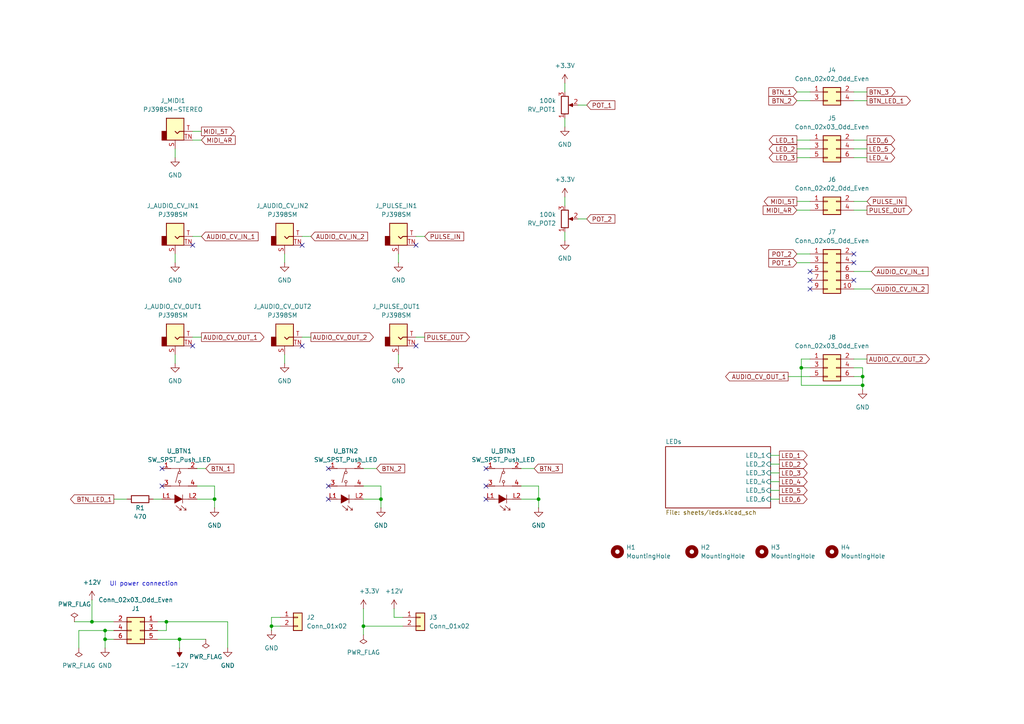
<source format=kicad_sch>
(kicad_sch (version 20250114) (generator "eeschema") (generator_version "9.0")
  (paper "A4")
  (title_block (title "Hog Moduleur Sidechain Mixer UI") (date "2025-07-06") (rev "v0.1") (company "Shmøergh"))
  (lib_symbols
    (symbol "Connector_Generic:Conn_01x02" (pin_names (offset 1.016) (hide yes))
      (property "Reference" "J" (at 0 2.54 0))
      (property "Value" "Conn_01x02" (at 0 -5.08 0))
      (symbol "Conn_01x02_1_1"
        (rectangle (start -1.27 1.27) (end 1.27 -3.81) (stroke (width 0.254)) (fill (type background)))
        (rectangle (start -1.27 0.127) (end 0 -0.127) (stroke (width 0.1524)))
        (rectangle (start -1.27 -2.413) (end 0 -2.667) (stroke (width 0.1524)))
        (pin passive line (at -5.08 0 0) (length 3.81) (name "Pin_1") (number "1"))
        (pin passive line (at -5.08 -2.54 0) (length 3.81) (name "Pin_2") (number "2"))
      )
    )
    (symbol "Connector_Generic:Conn_02x02_Odd_Even" (pin_names (offset 1.016) (hide yes))
      (property "Reference" "J" (at 1.27 2.54 0))
      (property "Value" "Conn_02x02_Odd_Even" (at 1.27 -5.08 0))
      (symbol "Conn_02x02_Odd_Even_1_1"
        (rectangle (start -1.27 1.27) (end 3.81 -3.81) (stroke (width 0.254)) (fill (type background)))
        (rectangle (start -1.27 0.127) (end 0 -0.127) (stroke (width 0.1524)))
        (rectangle (start -1.27 -2.413) (end 0 -2.667) (stroke (width 0.1524)))
        (rectangle (start 3.81 0.127) (end 2.54 -0.127) (stroke (width 0.1524)))
        (rectangle (start 3.81 -2.413) (end 2.54 -2.667) (stroke (width 0.1524)))
        (pin passive line (at -5.08 0 0) (length 3.81) (name "Pin_1") (number "1"))
        (pin passive line (at -5.08 -2.54 0) (length 3.81) (name "Pin_3") (number "3"))
        (pin passive line (at 7.62 0 180) (length 3.81) (name "Pin_2") (number "2"))
        (pin passive line (at 7.62 -2.54 180) (length 3.81) (name "Pin_4") (number "4"))
      )
    )
    (symbol "Connector_Generic:Conn_02x03_Odd_Even" (pin_names (offset 1.016) (hide yes))
      (property "Reference" "J" (at 1.27 5.08 0))
      (property "Value" "Conn_02x03_Odd_Even" (at 1.27 -5.08 0))
      (symbol "Conn_02x03_Odd_Even_1_1"
        (rectangle (start -1.27 3.81) (end 3.81 -3.81) (stroke (width 0.254)) (fill (type background)))
        (rectangle (start -1.27 2.667) (end 0 2.413) (stroke (width 0.1524)))
        (rectangle (start -1.27 0.127) (end 0 -0.127) (stroke (width 0.1524)))
        (rectangle (start -1.27 -2.413) (end 0 -2.667) (stroke (width 0.1524)))
        (rectangle (start 3.81 2.667) (end 2.54 2.413) (stroke (width 0.1524)))
        (rectangle (start 3.81 0.127) (end 2.54 -0.127) (stroke (width 0.1524)))
        (rectangle (start 3.81 -2.413) (end 2.54 -2.667) (stroke (width 0.1524)))
        (pin passive line (at -5.08 2.54 0) (length 3.81) (name "Pin_1") (number "1"))
        (pin passive line (at -5.08 0 0) (length 3.81) (name "Pin_3") (number "3"))
        (pin passive line (at -5.08 -2.54 0) (length 3.81) (name "Pin_5") (number "5"))
        (pin passive line (at 7.62 2.54 180) (length 3.81) (name "Pin_2") (number "2"))
        (pin passive line (at 7.62 0 180) (length 3.81) (name "Pin_4") (number "4"))
        (pin passive line (at 7.62 -2.54 180) (length 3.81) (name "Pin_6") (number "6"))
      )
    )
    (symbol "Connector_Generic:Conn_02x05_Odd_Even" (pin_names (offset 1.016) (hide yes))
      (property "Reference" "J" (at 1.27 7.62 0))
      (property "Value" "Conn_02x05_Odd_Even" (at 1.27 -7.62 0))
      (symbol "Conn_02x05_Odd_Even_1_1"
        (rectangle (start -1.27 6.35) (end 3.81 -6.35) (stroke (width 0.254)) (fill (type background)))
        (rectangle (start -1.27 5.207) (end 0 4.953) (stroke (width 0.1524)))
        (rectangle (start -1.27 2.667) (end 0 2.413) (stroke (width 0.1524)))
        (rectangle (start -1.27 0.127) (end 0 -0.127) (stroke (width 0.1524)))
        (rectangle (start -1.27 -2.413) (end 0 -2.667) (stroke (width 0.1524)))
        (rectangle (start -1.27 -4.953) (end 0 -5.207) (stroke (width 0.1524)))
        (rectangle (start 3.81 5.207) (end 2.54 4.953) (stroke (width 0.1524)))
        (rectangle (start 3.81 2.667) (end 2.54 2.413) (stroke (width 0.1524)))
        (rectangle (start 3.81 0.127) (end 2.54 -0.127) (stroke (width 0.1524)))
        (rectangle (start 3.81 -2.413) (end 2.54 -2.667) (stroke (width 0.1524)))
        (rectangle (start 3.81 -4.953) (end 2.54 -5.207) (stroke (width 0.1524)))
        (pin passive line (at -5.08 5.08 0) (length 3.81) (name "Pin_1") (number "1"))
        (pin passive line (at -5.08 2.54 0) (length 3.81) (name "Pin_3") (number "3"))
        (pin passive line (at -5.08 0 0) (length 3.81) (name "Pin_5") (number "5"))
        (pin passive line (at -5.08 -2.54 0) (length 3.81) (name "Pin_7") (number "7"))
        (pin passive line (at -5.08 -5.08 0) (length 3.81) (name "Pin_9") (number "9"))
        (pin passive line (at 7.62 5.08 180) (length 3.81) (name "Pin_2") (number "2"))
        (pin passive line (at 7.62 2.54 180) (length 3.81) (name "Pin_4") (number "4"))
        (pin passive line (at 7.62 0 180) (length 3.81) (name "Pin_6") (number "6"))
        (pin passive line (at 7.62 -2.54 180) (length 3.81) (name "Pin_8") (number "8"))
        (pin passive line (at 7.62 -5.08 180) (length 3.81) (name "Pin_10") (number "10"))
      )
    )
    (symbol "Device:R" (pin_numbers (hide yes)) (pin_names (offset 0))
      (property "Reference" "R" (at 2.032 0 90))
      (property "Value" "R" (at 0 0 90))
      (symbol "R_0_1"
        (rectangle (start -1.016 -2.54) (end 1.016 2.54) (stroke (width 0.254)))
      )
      (symbol "R_1_1"
        (pin passive line (at 0 3.81 270) (length 1.27) (name "~") (number "1"))
        (pin passive line (at 0 -3.81 90) (length 1.27) (name "~") (number "2"))
      )
    )
    (symbol "Device:R_Potentiometer" (pin_names (offset 1.016) (hide yes))
      (property "Reference" "RV" (at -4.445 0 90))
      (property "Value" "R_Potentiometer" (at -2.54 0 90))
      (symbol "R_Potentiometer_0_1"
        (rectangle (start 1.016 2.54) (end -1.016 -2.54) (stroke (width 0.254)))
        (polyline (pts (xy 1.143 0) (xy 2.286 0.508) (xy 2.286 -0.508) (xy 1.143 0)) (fill (type outline)))
        (polyline (pts (xy 2.54 0) (xy 1.524 0)))
      )
      (symbol "R_Potentiometer_1_1"
        (pin passive line (at 0 3.81 270) (length 1.27) (name "1") (number "1"))
        (pin passive line (at 0 -3.81 90) (length 1.27) (name "3") (number "3"))
        (pin passive line (at 3.81 0 180) (length 1.27) (name "2") (number "2"))
      )
    )
    (symbol "Mechanical:MountingHole" (pin_names (offset 1.016)) (in_bom no)
      (property "Reference" "H" (at 0 5.08 0))
      (property "Value" "MountingHole" (at 0 3.175 0))
      (symbol "MountingHole_0_1"
        (circle (center 0 0) (radius 1.27) (stroke (width 1.27)))
      )
    )
    (symbol "Shmoergh-Custom-Components:AudioJack2_Thonkiconn_S"
      (property "Reference" "J" (at 0 8.89 0))
      (property "Value" "AudioJack2_Thonkiconn" (at 0 6.35 0))
      (symbol "AudioJack2_Thonkiconn_S_0_1"
        (rectangle (start -2.54 -2.54) (end -3.81 0) (stroke (width 0.254)) (fill (type outline)))
        (polyline (pts (xy 0 0) (xy 0.635 -0.635) (xy 1.27 0) (xy 2.54 0)) (stroke (width 0.254)))
        (rectangle (start 2.54 3.81) (end -2.54 -2.54) (stroke (width 0.254)) (fill (type background)))
      )
      (symbol "AudioJack2_Thonkiconn_S_1_1"
        (pin passive line (at 0 -5.08 90) (length 2.54) (name "~") (number "S"))
        (pin bidirectional line (at 5.08 0 180) (length 2.54) (name "~") (number "T"))
        (pin passive line (at 5.08 -2.54 180) (length 2.54) (name "~") (number "TN"))
      )
    )
    (symbol "Shmoergh-Custom-Components:SW_SPST_Push_LED" (pin_names (offset 1.016))
      (property "Reference" "U" (at 0 6.35 0))
      (property "Value" "SW_SPST_Push_LED" (at 0.381 8.89 0))
      (symbol "SW_SPST_Push_LED_0_1"
        (rectangle (start -2.54 2.54) (end 2.54 2.54))
        (rectangle (start -2.54 -2.54) (end 2.54 -2.54))
        (polyline (pts (xy -1.397 -7.493) (xy -1.397 -5.08) (xy 0.762 -6.35) (xy -1.397 -7.493)) (fill (type outline)))
        (polyline (pts (xy -1.016 -8.255) (xy 0.508 -9.525) (xy -0.127 -9.525)))
        (polyline (pts (xy -0.381 1.397) (xy -1.143 -1.524)))
        (rectangle (start 0 2.54) (end 0 1.778))
        (circle (center 0 1.397) (radius 0.3556))
        (circle (center 0 -1.27) (radius 0.3556))
        (rectangle (start 0 -2.54) (end 0 -1.651))
        (polyline (pts (xy 0.508 -8.255) (xy 1.905 -9.525) (xy 1.27 -9.525)))
        (polyline (pts (xy 0.508 -9.525) (xy 0.381 -8.89)))
        (polyline (pts (xy 0.889 -5.08) (xy 0.889 -7.493)))
        (polyline (pts (xy 1.905 -9.525) (xy 1.778 -8.89)))
        (polyline (pts (xy 2.54 -6.35) (xy 0.889 -6.35) (xy -2.667 -6.35)))
      )
      (symbol "SW_SPST_Push_LED_1_1"
        (pin input line (at -5.08 2.54 0) (length 2.54) (name "~") (number "1"))
        (pin input line (at -5.08 -2.54 0) (length 2.54) (name "~") (number "3"))
        (pin input line (at -5.08 -6.35 0) (length 2.54) (name "~") (number "L1"))
        (pin input line (at 5.08 2.54 180) (length 2.54) (name "~") (number "2"))
        (pin input line (at 5.08 -2.54 180) (length 2.54) (name "~") (number "4"))
        (pin input line (at 5.08 -6.35 180) (length 2.54) (name "~") (number "L2"))
      )
    )
    (symbol "power:+12V" (power) (pin_numbers (hide yes)) (pin_names (offset 0) (hide yes))
      (property "Value" "+12V" (at 0 3.556 0))
      (symbol "+12V_0_1"
        (polyline (pts (xy -0.762 1.27) (xy 0 2.54)))
        (polyline (pts (xy 0 2.54) (xy 0.762 1.27)))
        (polyline (pts (xy 0 0) (xy 0 2.54)))
      )
      (symbol "+12V_1_1"
        (pin power_in line (at 0 0 90) (length 0) (name "~") (number "1"))
      )
    )
    (symbol "power:+3.3V" (power) (pin_numbers (hide yes)) (pin_names (offset 0) (hide yes))
      (property "Value" "+3.3V" (at 0 3.556 0))
      (symbol "+3.3V_0_1"
        (polyline (pts (xy -0.762 1.27) (xy 0 2.54)))
        (polyline (pts (xy 0 2.54) (xy 0.762 1.27)))
        (polyline (pts (xy 0 0) (xy 0 2.54)))
      )
      (symbol "+3.3V_1_1"
        (pin power_in line (at 0 0 90) (length 0) (name "~") (number "1"))
      )
    )
    (symbol "power:-12V" (power) (pin_numbers (hide yes)) (pin_names (offset 0) (hide yes))
      (property "Value" "-12V" (at 0 3.556 0))
      (symbol "-12V_0_0"
        (pin power_in line (at 0 0 90) (length 0) (name "~") (number "1"))
      )
      (symbol "-12V_0_1"
        (polyline (pts (xy 0 0) (xy 0 1.27) (xy 0.762 1.27) (xy 0 2.54) (xy -0.762 1.27) (xy 0 1.27)) (fill (type outline)))
      )
    )
    (symbol "power:GND" (power) (pin_numbers (hide yes)) (pin_names (offset 0) (hide yes))
      (property "Value" "GND" (at 0 -3.81 0))
      (symbol "GND_0_1"
        (polyline (pts (xy 0 0) (xy 0 -1.27) (xy 1.27 -1.27) (xy 0 -2.54) (xy -1.27 -1.27) (xy 0 -1.27)))
      )
      (symbol "GND_1_1"
        (pin power_in line (at 0 0 270) (length 0) (name "~") (number "1"))
      )
    )
    (symbol "power:PWR_FLAG" (power) (pin_numbers (hide yes)) (pin_names (offset 0) (hide yes))
      (property "Value" "PWR_FLAG" (at 0 3.81 0))
      (symbol "PWR_FLAG_0_0"
        (pin power_out line (at 0 0 90) (length 0) (name "~") (number "1"))
      )
      (symbol "PWR_FLAG_0_1"
        (polyline (pts (xy 0 0) (xy 0 1.27) (xy -1.016 1.905) (xy 0 2.54) (xy 1.016 1.905) (xy 0 1.27)))
      )
    )
  )
  (text "UI power connection" (at 31.75 170.18 0) (effects (font (size 1.27 1.27)) (justify left bottom)))
  (junction (at 250.19 111.76))
  (junction (at 78.74 181.61))
  (junction (at 105.41 181.61))
  (junction (at 250.19 109.22))
  (junction (at 30.48 182.88))
  (junction (at 232.41 106.68))
  (junction (at 52.07 185.42))
  (junction (at 48.26 180.34))
  (junction (at 156.21 144.78))
  (junction (at 110.49 144.78))
  (junction (at 26.67 180.34))
  (junction (at 62.23 144.78))
  (junction (at 30.48 185.42))
  (no_connect (at 87.63 100.33))
  (no_connect (at 247.65 76.2))
  (no_connect (at 247.65 81.28))
  (no_connect (at 234.95 81.28))
  (no_connect (at 46.99 140.97))
  (no_connect (at 140.97 140.97))
  (no_connect (at 234.95 83.82))
  (no_connect (at 95.25 140.97))
  (no_connect (at 120.65 71.12))
  (no_connect (at 55.88 100.33))
  (no_connect (at 95.25 144.78))
  (no_connect (at 140.97 144.78))
  (no_connect (at 140.97 135.89))
  (no_connect (at 95.25 135.89))
  (no_connect (at 247.65 73.66))
  (no_connect (at 46.99 135.89))
  (no_connect (at 120.65 100.33))
  (no_connect (at 234.95 78.74))
  (no_connect (at 55.88 71.12))
  (no_connect (at 87.63 71.12))
  (wire (pts (xy 90.17 68.58) (xy 87.63 68.58)))
  (wire (pts (xy 223.52 144.78) (xy 226.06 144.78)))
  (wire (pts (xy 163.83 34.29) (xy 163.83 36.83)))
  (wire (pts (xy 251.46 104.14) (xy 247.65 104.14)))
  (wire (pts (xy 105.41 140.97) (xy 110.49 140.97)))
  (wire (pts (xy 52.07 187.96) (xy 52.07 185.42)))
  (wire (pts (xy 226.06 134.62) (xy 223.52 134.62)))
  (wire (pts (xy 59.69 185.42) (xy 52.07 185.42)))
  (wire (pts (xy 250.19 106.68) (xy 250.19 109.22)))
  (wire (pts (xy 123.19 68.58) (xy 120.65 68.58)))
  (wire (pts (xy 226.06 137.16) (xy 223.52 137.16)))
  (wire (pts (xy 45.72 185.42) (xy 52.07 185.42)))
  (wire (pts (xy 247.65 78.74) (xy 252.73 78.74)))
  (wire (pts (xy 251.46 29.21) (xy 247.65 29.21)))
  (wire (pts (xy 58.42 38.1) (xy 55.88 38.1)))
  (wire (pts (xy 170.18 30.48) (xy 167.64 30.48)))
  (wire (pts (xy 78.74 181.61) (xy 81.28 181.61)))
  (wire (pts (xy 105.41 144.78) (xy 110.49 144.78)))
  (wire (pts (xy 163.83 67.31) (xy 163.83 69.85)))
  (wire (pts (xy 252.73 83.82) (xy 247.65 83.82)))
  (wire (pts (xy 251.46 26.67) (xy 247.65 26.67)))
  (wire (pts (xy 114.3 176.53) (xy 114.3 179.07)))
  (wire (pts (xy 26.67 180.34) (xy 33.02 180.34)))
  (wire (pts (xy 156.21 140.97) (xy 156.21 144.78)))
  (wire (pts (xy 33.02 144.78) (xy 36.83 144.78)))
  (wire (pts (xy 223.52 139.7) (xy 226.06 139.7)))
  (wire (pts (xy 232.41 111.76) (xy 250.19 111.76)))
  (wire (pts (xy 247.65 109.22) (xy 250.19 109.22)))
  (wire (pts (xy 163.83 24.13) (xy 163.83 26.67)))
  (wire (pts (xy 247.65 106.68) (xy 250.19 106.68)))
  (wire (pts (xy 250.19 111.76) (xy 250.19 113.03)))
  (wire (pts (xy 231.14 26.67) (xy 234.95 26.67)))
  (wire (pts (xy 105.41 181.61) (xy 105.41 176.53)))
  (wire (pts (xy 251.46 58.42) (xy 247.65 58.42)))
  (wire (pts (xy 116.84 181.61) (xy 105.41 181.61)))
  (wire (pts (xy 110.49 144.78) (xy 110.49 147.32)))
  (wire (pts (xy 251.46 40.64) (xy 247.65 40.64)))
  (wire (pts (xy 251.46 45.72) (xy 247.65 45.72)))
  (wire (pts (xy 81.28 179.07) (xy 78.74 179.07)))
  (wire (pts (xy 59.69 135.89) (xy 57.15 135.89)))
  (wire (pts (xy 232.41 104.14) (xy 232.41 106.68)))
  (wire (pts (xy 58.42 40.64) (xy 55.88 40.64)))
  (wire (pts (xy 109.22 135.89) (xy 105.41 135.89)))
  (wire (pts (xy 110.49 140.97) (xy 110.49 144.78)))
  (wire (pts (xy 82.55 102.87) (xy 82.55 105.41)))
  (wire (pts (xy 114.3 179.07) (xy 116.84 179.07)))
  (wire (pts (xy 234.95 104.14) (xy 232.41 104.14)))
  (wire (pts (xy 163.83 57.15) (xy 163.83 59.69)))
  (wire (pts (xy 232.41 106.68) (xy 232.41 111.76)))
  (wire (pts (xy 151.13 144.78) (xy 156.21 144.78)))
  (wire (pts (xy 170.18 63.5) (xy 167.64 63.5)))
  (wire (pts (xy 78.74 179.07) (xy 78.74 181.61)))
  (wire (pts (xy 26.67 173.99) (xy 26.67 180.34)))
  (wire (pts (xy 62.23 140.97) (xy 62.23 144.78)))
  (wire (pts (xy 231.14 76.2) (xy 234.95 76.2)))
  (wire (pts (xy 105.41 184.15) (xy 105.41 181.61)))
  (wire (pts (xy 48.26 180.34) (xy 45.72 180.34)))
  (wire (pts (xy 50.8 73.66) (xy 50.8 76.2)))
  (wire (pts (xy 21.59 180.34) (xy 26.67 180.34)))
  (wire (pts (xy 115.57 73.66) (xy 115.57 76.2)))
  (wire (pts (xy 154.94 135.89) (xy 151.13 135.89)))
  (wire (pts (xy 22.86 182.88) (xy 30.48 182.88)))
  (wire (pts (xy 66.04 187.96) (xy 66.04 180.34)))
  (wire (pts (xy 48.26 182.88) (xy 48.26 180.34)))
  (wire (pts (xy 231.14 43.18) (xy 234.95 43.18)))
  (wire (pts (xy 251.46 43.18) (xy 247.65 43.18)))
  (wire (pts (xy 33.02 185.42) (xy 30.48 185.42)))
  (wire (pts (xy 156.21 144.78) (xy 156.21 147.32)))
  (wire (pts (xy 50.8 102.87) (xy 50.8 105.41)))
  (wire (pts (xy 231.14 29.21) (xy 234.95 29.21)))
  (wire (pts (xy 232.41 106.68) (xy 234.95 106.68)))
  (wire (pts (xy 151.13 140.97) (xy 156.21 140.97)))
  (wire (pts (xy 44.45 144.78) (xy 46.99 144.78)))
  (wire (pts (xy 50.8 43.18) (xy 50.8 45.72)))
  (wire (pts (xy 231.14 60.96) (xy 234.95 60.96)))
  (wire (pts (xy 231.14 40.64) (xy 234.95 40.64)))
  (wire (pts (xy 57.15 140.97) (xy 62.23 140.97)))
  (wire (pts (xy 90.17 97.79) (xy 87.63 97.79)))
  (wire (pts (xy 123.19 97.79) (xy 120.65 97.79)))
  (wire (pts (xy 66.04 180.34) (xy 48.26 180.34)))
  (wire (pts (xy 250.19 109.22) (xy 250.19 111.76)))
  (wire (pts (xy 226.06 132.08) (xy 223.52 132.08)))
  (wire (pts (xy 231.14 45.72) (xy 234.95 45.72)))
  (wire (pts (xy 30.48 182.88) (xy 33.02 182.88)))
  (wire (pts (xy 228.6 109.22) (xy 234.95 109.22)))
  (wire (pts (xy 223.52 142.24) (xy 226.06 142.24)))
  (wire (pts (xy 30.48 185.42) (xy 30.48 182.88)))
  (wire (pts (xy 58.42 68.58) (xy 55.88 68.58)))
  (wire (pts (xy 22.86 187.96) (xy 22.86 182.88)))
  (wire (pts (xy 115.57 102.87) (xy 115.57 105.41)))
  (wire (pts (xy 251.46 60.96) (xy 247.65 60.96)))
  (wire (pts (xy 78.74 181.61) (xy 78.74 182.88)))
  (wire (pts (xy 30.48 187.96) (xy 30.48 185.42)))
  (wire (pts (xy 231.14 73.66) (xy 234.95 73.66)))
  (wire (pts (xy 45.72 182.88) (xy 48.26 182.88)))
  (wire (pts (xy 231.14 58.42) (xy 234.95 58.42)))
  (wire (pts (xy 82.55 73.66) (xy 82.55 76.2)))
  (wire (pts (xy 62.23 144.78) (xy 62.23 147.32)))
  (wire (pts (xy 58.42 97.79) (xy 55.88 97.79)))
  (wire (pts (xy 57.15 144.78) (xy 62.23 144.78)))
  (global_label "AUDIO_CV_IN_1" (shape input) (at 252.73 78.74 0) (property "Intersheetrefs" "${INTERSHEET_REFS}" (effects (hide yes))))
  (global_label "POT_2" (shape input) (at 170.18 63.5 0) (property "Intersheetrefs" "${INTERSHEET_REFS}" (effects (hide yes))))
  (global_label "PULSE_OUT" (shape output) (at 123.19 97.79 0) (property "Intersheetrefs" "${INTERSHEET_REFS}" (effects (hide yes))))
  (global_label "LED_5" (shape output) (at 251.46 43.18 0) (property "Intersheetrefs" "${INTERSHEET_REFS}" (effects (hide yes))))
  (global_label "AUDIO_CV_OUT_1" (shape output) (at 228.6 109.22 180) (property "Intersheetrefs" "${INTERSHEET_REFS}" (effects (hide yes))))
  (global_label "LED_3" (shape output) (at 226.06 137.16 0) (property "Intersheetrefs" "${INTERSHEET_REFS}" (effects (hide yes))))
  (global_label "POT_1" (shape input) (at 231.14 76.2 180) (property "Intersheetrefs" "${INTERSHEET_REFS}" (effects (hide yes))))
  (global_label "AUDIO_CV_OUT_1" (shape output) (at 58.42 97.79 0) (property "Intersheetrefs" "${INTERSHEET_REFS}" (effects (hide yes))))
  (global_label "LED_3" (shape output) (at 231.14 45.72 180) (property "Intersheetrefs" "${INTERSHEET_REFS}" (effects (hide yes))))
  (global_label "AUDIO_CV_IN_2" (shape input) (at 252.73 83.82 0) (property "Intersheetrefs" "${INTERSHEET_REFS}" (effects (hide yes))))
  (global_label "PULSE_IN" (shape input) (at 251.46 58.42 0) (property "Intersheetrefs" "${INTERSHEET_REFS}" (effects (hide yes))))
  (global_label "BTN_1" (shape input) (at 231.14 26.67 180) (property "Intersheetrefs" "${INTERSHEET_REFS}" (effects (hide yes))))
  (global_label "MIDI_5T" (shape output) (at 58.42 38.1 0) (property "Intersheetrefs" "${INTERSHEET_REFS}" (effects (hide yes))))
  (global_label "PULSE_IN" (shape input) (at 123.19 68.58 0) (property "Intersheetrefs" "${INTERSHEET_REFS}" (effects (hide yes))))
  (global_label "AUDIO_CV_IN_1" (shape input) (at 58.42 68.58 0) (property "Intersheetrefs" "${INTERSHEET_REFS}" (effects (hide yes))))
  (global_label "MIDI_4R" (shape input) (at 58.42 40.64 0) (property "Intersheetrefs" "${INTERSHEET_REFS}" (effects (hide yes))))
  (global_label "LED_6" (shape output) (at 251.46 40.64 0) (property "Intersheetrefs" "${INTERSHEET_REFS}" (effects (hide yes))))
  (global_label "BTN_LED_1" (shape output) (at 251.46 29.21 0) (property "Intersheetrefs" "${INTERSHEET_REFS}" (effects (hide yes))))
  (global_label "LED_2" (shape output) (at 226.06 134.62 0) (property "Intersheetrefs" "${INTERSHEET_REFS}" (effects (hide yes))))
  (global_label "LED_5" (shape output) (at 226.06 142.24 0) (property "Intersheetrefs" "${INTERSHEET_REFS}" (effects (hide yes))))
  (global_label "POT_2" (shape input) (at 231.14 73.66 180) (property "Intersheetrefs" "${INTERSHEET_REFS}" (effects (hide yes))))
  (global_label "BTN_1" (shape input) (at 59.69 135.89 0) (property "Intersheetrefs" "${INTERSHEET_REFS}" (effects (hide yes))))
  (global_label "PULSE_OUT" (shape output) (at 251.46 60.96 0) (property "Intersheetrefs" "${INTERSHEET_REFS}" (effects (hide yes))))
  (global_label "AUDIO_CV_OUT_2" (shape output) (at 251.46 104.14 0) (property "Intersheetrefs" "${INTERSHEET_REFS}" (effects (hide yes))))
  (global_label "AUDIO_CV_IN_2" (shape input) (at 90.17 68.58 0) (property "Intersheetrefs" "${INTERSHEET_REFS}" (effects (hide yes))))
  (global_label "LED_1" (shape output) (at 231.14 40.64 180) (property "Intersheetrefs" "${INTERSHEET_REFS}" (effects (hide yes))))
  (global_label "LED_4" (shape output) (at 251.46 45.72 0) (property "Intersheetrefs" "${INTERSHEET_REFS}" (effects (hide yes))))
  (global_label "BTN_2" (shape input) (at 231.14 29.21 180) (property "Intersheetrefs" "${INTERSHEET_REFS}" (effects (hide yes))))
  (global_label "AUDIO_CV_OUT_2" (shape output) (at 90.17 97.79 0) (property "Intersheetrefs" "${INTERSHEET_REFS}" (effects (hide yes))))
  (global_label "POT_1" (shape input) (at 170.18 30.48 0) (property "Intersheetrefs" "${INTERSHEET_REFS}" (effects (hide yes))))
  (global_label "BTN_3" (shape input) (at 154.94 135.89 0) (property "Intersheetrefs" "${INTERSHEET_REFS}" (effects (hide yes))))
  (global_label "MIDI_5T" (shape output) (at 231.14 58.42 180) (property "Intersheetrefs" "${INTERSHEET_REFS}" (effects (hide yes))))
  (global_label "BTN_3" (shape output) (at 251.46 26.67 0) (property "Intersheetrefs" "${INTERSHEET_REFS}" (effects (hide yes))))
  (global_label "BTN_LED_1" (shape output) (at 33.02 144.78 180) (property "Intersheetrefs" "${INTERSHEET_REFS}" (effects (hide yes))))
  (global_label "LED_2" (shape output) (at 231.14 43.18 180) (property "Intersheetrefs" "${INTERSHEET_REFS}" (effects (hide yes))))
  (global_label "LED_4" (shape output) (at 226.06 139.7 0) (property "Intersheetrefs" "${INTERSHEET_REFS}" (effects (hide yes))))
  (global_label "LED_6" (shape output) (at 226.06 144.78 0) (property "Intersheetrefs" "${INTERSHEET_REFS}" (effects (hide yes))))
  (global_label "BTN_2" (shape input) (at 109.22 135.89 0) (property "Intersheetrefs" "${INTERSHEET_REFS}" (effects (hide yes))))
  (global_label "LED_1" (shape output) (at 226.06 132.08 0) (property "Intersheetrefs" "${INTERSHEET_REFS}" (effects (hide yes))))
  (global_label "MIDI_4R" (shape input) (at 231.14 60.96 180) (property "Intersheetrefs" "${INTERSHEET_REFS}" (effects (hide yes))))
  (symbol (lib_id "power:GND") (at 250.19 113.03 0) (unit 1)
    (property "Reference" "#PWR038" (effects (hide yes)))
    (property "Value" "GND" (at 250.19 118.11 0))
    (property "Description" "Power symbol creates a global label with name \"GND\" , ground" (effects (hide yes)))
  )
  (symbol (lib_id "power:+12V") (at 26.67 173.99 0) (unit 1)
    (property "Reference" "#PWR01" (effects (hide yes)))
    (property "Value" "+12V" (at 26.67 168.91 0))
    (property "Description" "Power symbol creates a global label with name \"+12V\"" (effects (hide yes)))
  )
  (symbol (lib_id "Connector_Generic:Conn_02x02_Odd_Even") (at 240.03 26.67 0) (unit 1)
    (property "Reference" "J4" (at 241.3 20.32 0))
    (property "Value" "Conn_02x02_Odd_Even" (at 241.3 22.86 0))
    (property "Footprint" "Connector_PinSocket_2.54mm:PinSocket_2x02_P2.54mm_Vertical" (effects (hide yes)))
    (property "Description" "Generic connector, double row, 02x02, odd/even pin numbering scheme (row 1 odd numbers, row 2 even numbers), script generated (kicad-library-utils/schlib/autogen/connector/)" (effects (hide yes)))
  )
  (symbol (lib_id "power:+3.3V") (at 163.83 57.15 0) (unit 1)
    (property "Reference" "#PWR018" (effects (hide yes)))
    (property "Value" "+3.3V" (at 163.83 52.07 0))
    (property "Description" "Power symbol creates a global label with name \"+3.3V\"" (effects (hide yes)))
  )
  (symbol (lib_id "power:PWR_FLAG") (at 105.41 184.15 180) (unit 1)
    (property "Reference" "#FLG04" (effects (hide yes)))
    (property "Value" "PWR_FLAG" (at 105.41 189.23 0))
    (property "Description" "Special symbol for telling ERC where power comes from" (effects (hide yes)))
  )
  (symbol (lib_id "Shmoergh-Custom-Components:SW_SPST_Push_LED") (at 146.05 138.43 0) (unit 1)
    (property "Reference" "U_BTN3" (at 145.9865 130.81 0))
    (property "Value" "SW_SPST_Push_LED" (at 145.9865 133.35 0))
    (property "Footprint" "Shmoergh_Custom_Footprints:SPST_Circular_Pushbutton_LED" (effects (hide yes)))
  )
  (symbol (lib_id "Shmoergh-Custom-Components:SW_SPST_Push_LED") (at 100.33 138.43 0) (unit 1)
    (property "Reference" "U_BTN2" (at 100.2665 130.81 0))
    (property "Value" "SW_SPST_Push_LED" (at 100.2665 133.35 0))
    (property "Footprint" "Shmoergh_Custom_Footprints:SPST_Circular_Pushbutton_LED" (effects (hide yes)))
  )
  (symbol (lib_id "Shmoergh-Custom-Components:AudioJack2_Thonkiconn_S") (at 50.8 68.58 0) (unit 1)
    (property "Reference" "J_AUDIO_CV_IN1" (at 50.165 59.69 0))
    (property "Value" "PJ398SM" (at 50.165 62.23 0))
    (property "Footprint" "Shmoergh_Custom_Footprints:Jack_3.5mm_QingPu_WQP-PJ398SM_Vertical_CircularHoles" (effects (hide yes)))
    (property "Description" "Audio Jack, 2 Poles (Mono / TS), Grounded Sleeve" (effects (hide yes)))
    (property "Part URL" "https://www.thonk.co.uk/shop/thonkiconn/" (effects (hide yes)))
    (property "Vendor" "Thonk" (effects (hide yes)))
    (property "Part no." "PJ398SM" (effects (hide yes)))
  )
  (symbol (lib_id "Shmoergh-Custom-Components:AudioJack2_Thonkiconn_S") (at 115.57 97.79 0) (unit 1)
    (property "Reference" "J_PULSE_OUT1" (at 114.935 88.9 0))
    (property "Value" "PJ398SM" (at 114.935 91.44 0))
    (property "Footprint" "Shmoergh_Custom_Footprints:Jack_3.5mm_QingPu_WQP-PJ398SM_Vertical_CircularHoles" (effects (hide yes)))
    (property "Description" "Audio Jack, 2 Poles (Mono / TS), Grounded Sleeve" (effects (hide yes)))
    (property "Part URL" "https://www.thonk.co.uk/shop/thonkiconn/" (effects (hide yes)))
    (property "Vendor" "Thonk" (effects (hide yes)))
    (property "Part no." "PJ398SM" (effects (hide yes)))
  )
  (symbol (lib_id "power:+12V") (at 114.3 176.53 0) (unit 1)
    (property "Reference" "#PWR037" (effects (hide yes)))
    (property "Value" "+12V" (at 114.3 171.45 0))
    (property "Description" "Power symbol creates a global label with name \"+12V\"" (effects (hide yes)))
  )
  (symbol (lib_id "power:-12V") (at 52.07 187.96 180) (unit 1)
    (property "Reference" "#PWR06" (effects (hide yes)))
    (property "Value" "-12V" (at 52.07 193.04 0))
    (property "Description" "Power symbol creates a global label with name \"-12V\"" (effects (hide yes)))
  )
  (symbol (lib_id "Connector_Generic:Conn_02x03_Odd_Even") (at 40.64 182.88 0) (mirror y) (unit 1)
    (property "Reference" "J1" (at 39.37 176.53 0))
    (property "Value" "Conn_02x03_Odd_Even" (at 39.37 173.99 0))
    (property "Footprint" "Connector_PinSocket_2.54mm:PinSocket_2x03_P2.54mm_Vertical" (effects (hide yes)))
    (property "Description" "Generic connector, double row, 02x03, odd/even pin numbering scheme (row 1 odd numbers, row 2 even numbers), script generated (kicad-library-utils/schlib/autogen/connector/)" (effects (hide yes)))
    (property "Part URL" "https://mou.sr/3GIDVEr" (effects (hide yes)))
    (property "Vendor" "Mouser" (effects (hide yes)))
    (property "Part no." "200-SSW10301TD" (effects (hide yes)))
  )
  (symbol (lib_id "power:GND") (at 50.8 105.41 0) (unit 1)
    (property "Reference" "#PWR05" (effects (hide yes)))
    (property "Value" "GND" (at 50.8 110.49 0))
    (property "Description" "Power symbol creates a global label with name \"GND\" , ground" (effects (hide yes)))
  )
  (symbol (lib_id "Shmoergh-Custom-Components:AudioJack2_Thonkiconn_S") (at 50.8 97.79 0) (unit 1)
    (property "Reference" "J_AUDIO_CV_OUT1" (at 50.165 88.9 0))
    (property "Value" "PJ398SM" (at 50.165 91.44 0))
    (property "Footprint" "Shmoergh_Custom_Footprints:Jack_3.5mm_QingPu_WQP-PJ398SM_Vertical_CircularHoles" (effects (hide yes)))
    (property "Description" "Audio Jack, 2 Poles (Mono / TS), Grounded Sleeve" (effects (hide yes)))
    (property "Part URL" "https://www.thonk.co.uk/shop/thonkiconn/" (effects (hide yes)))
    (property "Vendor" "Thonk" (effects (hide yes)))
    (property "Part no." "PJ398SM" (effects (hide yes)))
  )
  (symbol (lib_id "power:GND") (at 50.8 45.72 0) (unit 1)
    (property "Reference" "#PWR03" (effects (hide yes)))
    (property "Value" "GND" (at 50.8 50.8 0))
    (property "Description" "Power symbol creates a global label with name \"GND\" , ground" (effects (hide yes)))
  )
  (symbol (lib_id "Shmoergh-Custom-Components:AudioJack2_Thonkiconn_S") (at 50.8 38.1 0) (unit 1)
    (property "Reference" "J_MIDI1" (at 50.165 29.21 0))
    (property "Value" "PJ398SM-STEREO" (at 50.165 31.75 0))
    (property "Footprint" "Shmoergh_Custom_Footprints:Jack_3.5mm_QingPu_WQP-PJ398SM_Vertical_CircularHoles" (effects (hide yes)))
    (property "Description" "Audio Jack, 2 Poles (Mono / TS), Grounded Sleeve" (effects (hide yes)))
    (property "Part URL" "https://www.thonk.co.uk/shop/thonkiconn/" (effects (hide yes)))
    (property "Vendor" "Thonk" (effects (hide yes)))
    (property "Part no." "PJ398SM" (effects (hide yes)))
  )
  (symbol (lib_id "power:GND") (at 156.21 147.32 0) (unit 1)
    (property "Reference" "#PWR012" (effects (hide yes)))
    (property "Value" "GND" (at 156.21 152.4 0))
    (property "Description" "Power symbol creates a global label with name \"GND\" , ground" (effects (hide yes)))
  )
  (symbol (lib_id "Mechanical:MountingHole") (at 200.66 160.02 0) (unit 1) (in_bom no)
    (property "Reference" "H2" (at 203.2 158.7499 0) (effects (justify left)))
    (property "Value" "MountingHole" (at 203.2 161.2899 0) (effects (justify left)))
    (property "Footprint" "MountingHole:MountingHole_3.2mm_M3_DIN965_Pad" (effects (hide yes)))
    (property "Description" "Mounting Hole without connection" (effects (hide yes)))
    (property "Vendor" "-" (effects (hide yes)))
  )
  (symbol (lib_id "power:+3.3V") (at 163.83 24.13 0) (unit 1)
    (property "Reference" "#PWR016" (effects (hide yes)))
    (property "Value" "+3.3V" (at 163.83 19.05 0))
    (property "Description" "Power symbol creates a global label with name \"+3.3V\"" (effects (hide yes)))
  )
  (symbol (lib_id "power:GND") (at 50.8 76.2 0) (unit 1)
    (property "Reference" "#PWR04" (effects (hide yes)))
    (property "Value" "GND" (at 50.8 81.28 0))
    (property "Description" "Power symbol creates a global label with name \"GND\" , ground" (effects (hide yes)))
  )
  (symbol (lib_id "power:GND") (at 163.83 69.85 0) (unit 1)
    (property "Reference" "#PWR019" (effects (hide yes)))
    (property "Value" "GND" (at 163.83 74.93 0))
    (property "Description" "Power symbol creates a global label with name \"GND\" , ground" (effects (hide yes)))
  )
  (symbol (lib_id "Mechanical:MountingHole") (at 179.07 160.02 0) (unit 1) (in_bom no)
    (property "Reference" "H1" (at 181.61 158.7499 0) (effects (justify left)))
    (property "Value" "MountingHole" (at 181.61 161.2899 0) (effects (justify left)))
    (property "Footprint" "MountingHole:MountingHole_3.2mm_M3_DIN965_Pad" (effects (hide yes)))
    (property "Description" "Mounting Hole without connection" (effects (hide yes)))
    (property "Vendor" "-" (effects (hide yes)))
  )
  (symbol (lib_id "Shmoergh-Custom-Components:SW_SPST_Push_LED") (at 52.07 138.43 0) (unit 1)
    (property "Reference" "U_BTN1" (at 52.0065 130.81 0))
    (property "Value" "SW_SPST_Push_LED" (at 52.0065 133.35 0))
    (property "Footprint" "Shmoergh_Custom_Footprints:SPST_Circular_Pushbutton_LED" (effects (hide yes)))
  )
  (symbol (lib_id "power:PWR_FLAG") (at 21.59 180.34 0) (unit 1)
    (property "Reference" "#FLG01" (effects (hide yes)))
    (property "Value" "PWR_FLAG" (at 21.59 175.26 0))
    (property "Description" "Special symbol for telling ERC where power comes from" (effects (hide yes)))
  )
  (symbol (lib_id "power:GND") (at 66.04 187.96 0) (unit 1)
    (property "Reference" "#PWR08" (effects (hide yes)))
    (property "Value" "GND" (at 66.04 193.04 0))
    (property "Description" "Power symbol creates a global label with name \"GND\" , ground" (effects (hide yes)))
  )
  (symbol (lib_id "power:GND") (at 62.23 147.32 0) (unit 1)
    (property "Reference" "#PWR07" (effects (hide yes)))
    (property "Value" "GND" (at 62.23 152.4 0))
    (property "Description" "Power symbol creates a global label with name \"GND\" , ground" (effects (hide yes)))
  )
  (symbol (lib_id "power:GND") (at 163.83 36.83 0) (unit 1)
    (property "Reference" "#PWR017" (effects (hide yes)))
    (property "Value" "GND" (at 163.83 41.91 0))
    (property "Description" "Power symbol creates a global label with name \"GND\" , ground" (effects (hide yes)))
  )
  (symbol (lib_id "power:GND") (at 82.55 105.41 0) (unit 1)
    (property "Reference" "#PWR011" (effects (hide yes)))
    (property "Value" "GND" (at 82.55 110.49 0))
    (property "Description" "Power symbol creates a global label with name \"GND\" , ground" (effects (hide yes)))
  )
  (symbol (lib_id "power:GND") (at 115.57 76.2 0) (unit 1)
    (property "Reference" "#PWR013" (effects (hide yes)))
    (property "Value" "GND" (at 115.57 81.28 0))
    (property "Description" "Power symbol creates a global label with name \"GND\" , ground" (effects (hide yes)))
  )
  (symbol (lib_id "power:GND") (at 115.57 105.41 0) (unit 1)
    (property "Reference" "#PWR014" (effects (hide yes)))
    (property "Value" "GND" (at 115.57 110.49 0))
    (property "Description" "Power symbol creates a global label with name \"GND\" , ground" (effects (hide yes)))
  )
  (symbol (lib_id "Device:R_Potentiometer") (at 163.83 30.48 0) (mirror x) (unit 1)
    (property "Reference" "RV_POT1" (at 161.29 31.7501 0) (effects (justify right)))
    (property "Value" "100k" (at 161.29 29.2101 0) (effects (justify right)))
    (property "Footprint" "Shmoergh_Custom_Footprints:Potentiometer_Bourns_Single-PTV09A" (effects (hide yes)))
    (property "Description" "Potentiometer" (effects (hide yes)))
    (property "Part URL" "https://mou.sr/4694GMU" (effects (hide yes)))
    (property "Vendor" "Mouser" (effects (hide yes)))
    (property "Part no." "652-PTV09A4025FB104" (effects (hide yes)))
  )
  (symbol (lib_id "Shmoergh-Custom-Components:AudioJack2_Thonkiconn_S") (at 115.57 68.58 0) (unit 1)
    (property "Reference" "J_PULSE_IN1" (at 114.935 59.69 0))
    (property "Value" "PJ398SM" (at 114.935 62.23 0))
    (property "Footprint" "Shmoergh_Custom_Footprints:Jack_3.5mm_QingPu_WQP-PJ398SM_Vertical_CircularHoles" (effects (hide yes)))
    (property "Description" "Audio Jack, 2 Poles (Mono / TS), Grounded Sleeve" (effects (hide yes)))
    (property "Part URL" "https://www.thonk.co.uk/shop/thonkiconn/" (effects (hide yes)))
    (property "Vendor" "Thonk" (effects (hide yes)))
    (property "Part no." "PJ398SM" (effects (hide yes)))
  )
  (symbol (lib_id "Connector_Generic:Conn_02x03_Odd_Even") (at 240.03 43.18 0) (unit 1)
    (property "Reference" "J5" (at 241.3 34.29 0))
    (property "Value" "Conn_02x03_Odd_Even" (at 241.3 36.83 0))
    (property "Footprint" "Connector_PinSocket_2.54mm:PinSocket_2x03_P2.54mm_Vertical" (effects (hide yes)))
    (property "Description" "Generic connector, double row, 02x03, odd/even pin numbering scheme (row 1 odd numbers, row 2 even numbers), script generated (kicad-library-utils/schlib/autogen/connector/)" (effects (hide yes)))
  )
  (symbol (lib_id "Connector_Generic:Conn_02x05_Odd_Even") (at 240.03 78.74 0) (unit 1)
    (property "Reference" "J7" (at 241.3 67.31 0))
    (property "Value" "Conn_02x05_Odd_Even" (at 241.3 69.85 0))
    (property "Footprint" "Connector_PinSocket_2.54mm:PinSocket_2x05_P2.54mm_Vertical" (effects (hide yes)))
    (property "Description" "Generic connector, double row, 02x05, odd/even pin numbering scheme (row 1 odd numbers, row 2 even numbers), script generated (kicad-library-utils/schlib/autogen/connector/)" (effects (hide yes)))
  )
  (symbol (lib_id "power:GND") (at 82.55 76.2 0) (unit 1)
    (property "Reference" "#PWR010" (effects (hide yes)))
    (property "Value" "GND" (at 82.55 81.28 0))
    (property "Description" "Power symbol creates a global label with name \"GND\" , ground" (effects (hide yes)))
  )
  (symbol (lib_id "power:+3.3V") (at 105.41 176.53 0) (unit 1)
    (property "Reference" "#PWR062" (effects (hide yes)))
    (property "Value" "+3.3V" (at 104.14 171.45 0) (effects (justify left)))
    (property "Description" "Power symbol creates a global label with name \"+3.3V\"" (effects (hide yes)))
  )
  (symbol (lib_id "Connector_Generic:Conn_01x02") (at 86.36 179.07 0) (unit 1)
    (property "Reference" "J2" (at 88.9 179.0699 0) (effects (justify left)))
    (property "Value" "Conn_01x02" (at 88.9 181.6099 0) (effects (justify left)))
    (property "Footprint" "Connector_PinSocket_2.54mm:PinSocket_1x02_P2.54mm_Vertical" (effects (hide yes)))
    (property "Description" "Generic connector, single row, 01x02, script generated (kicad-library-utils/schlib/autogen/connector/)" (effects (hide yes)))
    (property "Part URL" "https://mou.sr/4lBvdHe" (effects (hide yes)))
    (property "Vendor" "Mouser" (effects (hide yes)))
    (property "Part no." "200-SSW10201TS" (effects (hide yes)))
  )
  (symbol (lib_id "Mechanical:MountingHole") (at 220.98 160.02 0) (unit 1) (in_bom no)
    (property "Reference" "H3" (at 223.52 158.7499 0) (effects (justify left)))
    (property "Value" "MountingHole" (at 223.52 161.2899 0) (effects (justify left)))
    (property "Footprint" "MountingHole:MountingHole_3.2mm_M3_DIN965_Pad" (effects (hide yes)))
    (property "Description" "Mounting Hole without connection" (effects (hide yes)))
    (property "Vendor" "-" (effects (hide yes)))
  )
  (symbol (lib_id "power:GND") (at 78.74 182.88 0) (unit 1)
    (property "Reference" "#PWR09" (effects (hide yes)))
    (property "Value" "GND" (at 78.74 187.96 0))
    (property "Description" "Power symbol creates a global label with name \"GND\" , ground" (effects (hide yes)))
  )
  (symbol (lib_id "Connector_Generic:Conn_02x03_Odd_Even") (at 240.03 106.68 0) (unit 1)
    (property "Reference" "J8" (at 241.3 97.79 0))
    (property "Value" "Conn_02x03_Odd_Even" (at 241.3 100.33 0))
    (property "Footprint" "Connector_PinSocket_2.54mm:PinSocket_2x03_P2.54mm_Vertical" (effects (hide yes)))
    (property "Description" "Generic connector, double row, 02x03, odd/even pin numbering scheme (row 1 odd numbers, row 2 even numbers), script generated (kicad-library-utils/schlib/autogen/connector/)" (effects (hide yes)))
  )
  (symbol (lib_id "Device:R_Potentiometer") (at 163.83 63.5 0) (mirror x) (unit 1)
    (property "Reference" "RV_POT2" (at 161.29 64.7701 0) (effects (justify right)))
    (property "Value" "100k" (at 161.29 62.2301 0) (effects (justify right)))
    (property "Footprint" "Shmoergh_Custom_Footprints:Potentiometer_Bourns_Single-PTV09A" (effects (hide yes)))
    (property "Description" "Potentiometer" (effects (hide yes)))
    (property "Part URL" "https://mou.sr/4694GMU" (effects (hide yes)))
    (property "Vendor" "Mouser" (effects (hide yes)))
    (property "Part no." "652-PTV09A4025FB104" (effects (hide yes)))
  )
  (symbol (lib_id "Mechanical:MountingHole") (at 241.3 160.02 0) (unit 1) (in_bom no)
    (property "Reference" "H4" (at 243.84 158.7499 0) (effects (justify left)))
    (property "Value" "MountingHole" (at 243.84 161.2899 0) (effects (justify left)))
    (property "Footprint" "MountingHole:MountingHole_3.2mm_M3_DIN965_Pad" (effects (hide yes)))
    (property "Description" "Mounting Hole without connection" (effects (hide yes)))
    (property "Vendor" "-" (effects (hide yes)))
  )
  (symbol (lib_id "power:PWR_FLAG") (at 22.86 187.96 180) (unit 1)
    (property "Reference" "#FLG02" (effects (hide yes)))
    (property "Value" "PWR_FLAG" (at 22.86 193.04 0))
    (property "Description" "Special symbol for telling ERC where power comes from" (effects (hide yes)))
  )
  (symbol (lib_id "Shmoergh-Custom-Components:AudioJack2_Thonkiconn_S") (at 82.55 68.58 0) (unit 1)
    (property "Reference" "J_AUDIO_CV_IN2" (at 81.915 59.69 0))
    (property "Value" "PJ398SM" (at 81.915 62.23 0))
    (property "Footprint" "Shmoergh_Custom_Footprints:Jack_3.5mm_QingPu_WQP-PJ398SM_Vertical_CircularHoles" (effects (hide yes)))
    (property "Description" "Audio Jack, 2 Poles (Mono / TS), Grounded Sleeve" (effects (hide yes)))
    (property "Part URL" "https://www.thonk.co.uk/shop/thonkiconn/" (effects (hide yes)))
    (property "Vendor" "Thonk" (effects (hide yes)))
    (property "Part no." "PJ398SM" (effects (hide yes)))
  )
  (symbol (lib_id "Connector_Generic:Conn_01x02") (at 121.92 179.07 0) (unit 1)
    (property "Reference" "J3" (at 124.46 179.0699 0) (effects (justify left)))
    (property "Value" "Conn_01x02" (at 124.46 181.6099 0) (effects (justify left)))
    (property "Footprint" "Connector_PinSocket_2.54mm:PinSocket_1x02_P2.54mm_Vertical" (effects (hide yes)))
    (property "Description" "Generic connector, single row, 01x02, script generated (kicad-library-utils/schlib/autogen/connector/)" (effects (hide yes)))
  )
  (symbol (lib_id "power:GND") (at 110.49 147.32 0) (unit 1)
    (property "Reference" "#PWR015" (effects (hide yes)))
    (property "Value" "GND" (at 110.49 152.4 0))
    (property "Description" "Power symbol creates a global label with name \"GND\" , ground" (effects (hide yes)))
  )
  (symbol (lib_id "power:PWR_FLAG") (at 59.69 185.42 180) (unit 1)
    (property "Reference" "#FLG03" (effects (hide yes)))
    (property "Value" "PWR_FLAG" (at 59.69 190.5 0))
    (property "Description" "Special symbol for telling ERC where power comes from" (effects (hide yes)))
  )
  (symbol (lib_id "Shmoergh-Custom-Components:AudioJack2_Thonkiconn_S") (at 82.55 97.79 0) (unit 1)
    (property "Reference" "J_AUDIO_CV_OUT2" (at 81.915 88.9 0))
    (property "Value" "PJ398SM" (at 81.915 91.44 0))
    (property "Footprint" "Shmoergh_Custom_Footprints:Jack_3.5mm_QingPu_WQP-PJ398SM_Vertical_CircularHoles" (effects (hide yes)))
    (property "Description" "Audio Jack, 2 Poles (Mono / TS), Grounded Sleeve" (effects (hide yes)))
    (property "Part URL" "https://www.thonk.co.uk/shop/thonkiconn/" (effects (hide yes)))
    (property "Vendor" "Thonk" (effects (hide yes)))
    (property "Part no." "PJ398SM" (effects (hide yes)))
  )
  (symbol (lib_id "power:GND") (at 30.48 187.96 0) (unit 1)
    (property "Reference" "#PWR02" (effects (hide yes)))
    (property "Value" "GND" (at 30.48 193.04 0))
    (property "Description" "Power symbol creates a global label with name \"GND\" , ground" (effects (hide yes)))
  )
  (symbol (lib_id "Device:R") (at 40.64 144.78 90) (unit 1)
    (property "Reference" "R1" (at 40.64 147.32 90))
    (property "Value" "470" (at 40.64 149.86 90))
    (property "Footprint" "Shmoergh_Custom_Footprints:R_Axial_DIN0207_L6.3mm_D2.5mm_P7.62mm_Horizontal" (effects (hide yes)))
    (property "Vendor" "JLCPCB" (effects (hide yes)))
  )
  (symbol (lib_id "Connector_Generic:Conn_02x02_Odd_Even") (at 240.03 58.42 0) (unit 1)
    (property "Reference" "J6" (at 241.3 52.07 0))
    (property "Value" "Conn_02x02_Odd_Even" (at 241.3 54.61 0))
    (property "Footprint" "Connector_PinSocket_2.54mm:PinSocket_2x02_P2.54mm_Vertical" (effects (hide yes)))
    (property "Description" "Generic connector, double row, 02x02, odd/even pin numbering scheme (row 1 odd numbers, row 2 even numbers), script generated (kicad-library-utils/schlib/autogen/connector/)" (effects (hide yes)))
  )
  (sheet (at 193.04 129.54) (size 30.48 17.78) (stroke (width 0.1524))
    (property "Sheetname" "LEDs" (at 193.04 128.8284 0) (effects (justify left bottom)))
    (property "Sheetfile" "sheets/leds.kicad_sch" (at 193.04 147.9046 0) (effects (justify left top)))
    (pin "LED_1" input (at 223.52 132.08 0))
    (pin "LED_2" input (at 223.52 134.62 0))
    (pin "LED_3" input (at 223.52 137.16 0))
    (pin "LED_4" input (at 223.52 139.7 0))
    (pin "LED_5" input (at 223.52 142.24 0))
    (pin "LED_6" input (at 223.52 144.78 0))
  )
)
</source>
